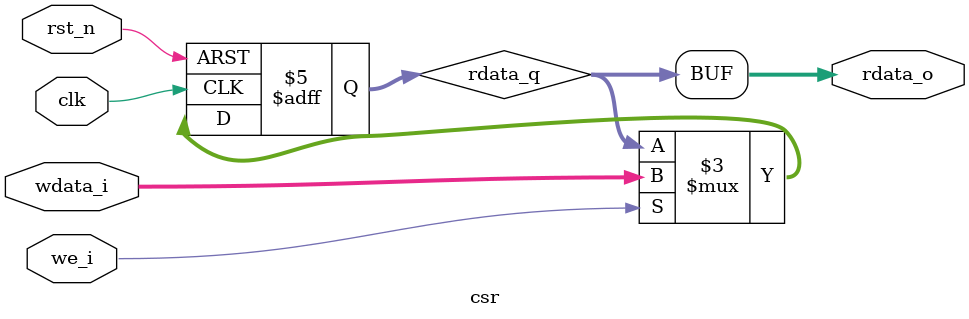
<source format=sv>
 /*                                                                      
 Copyright 2021 Blue Liang, liangkangnan@163.com
                                                                         
 Licensed under the Apache License, Version 2.0 (the "License");         
 you may not use this file except in compliance with the License.        
 You may obtain a copy of the License at                                 
                                                                         
     http://www.apache.org/licenses/LICENSE-2.0                          
                                                                         
 Unless required by applicable law or agreed to in writing, software    
 distributed under the License is distributed on an "AS IS" BASIS,       
 WITHOUT WARRANTIES OR CONDITIONS OF ANY KIND, either express or implied.
 See the License for the specific language governing permissions and     
 limitations under the License.                                          
 */

module csr #(
    parameter RESET_VAL = 32'h0
    )(

    input  wire             clk,
    input  wire             rst_n,

    input  wire [31:0]      wdata_i,
    input  wire             we_i,
    output wire [31:0]      rdata_o

    );

    reg[31:0] rdata_q;

    always @ (posedge clk or negedge rst_n) begin
        if (!rst_n) begin
            rdata_q <= RESET_VAL;
        end else if (we_i) begin
            rdata_q <= wdata_i;
        end
    end

    assign rdata_o = rdata_q;

endmodule

</source>
